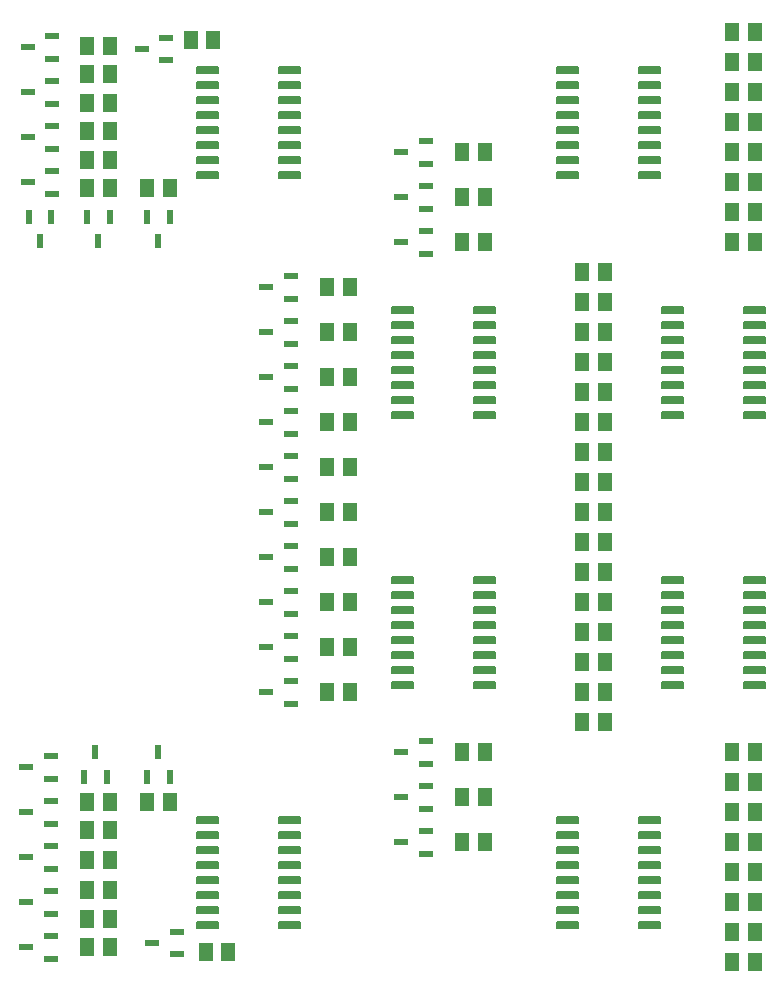
<source format=gbr>
G04 EAGLE Gerber RS-274X export*
G75*
%MOMM*%
%FSLAX34Y34*%
%LPD*%
%INSolderpaste Top*%
%IPPOS*%
%AMOC8*
5,1,8,0,0,1.08239X$1,22.5*%
G01*
%ADD10R,1.250000X0.600000*%
%ADD11R,0.600000X1.250000*%
%ADD12R,1.300000X1.500000*%
%ADD13C,0.152500*%


D10*
X126070Y777850D03*
X126070Y796950D03*
X105070Y787400D03*
X126070Y739750D03*
X126070Y758850D03*
X105070Y749300D03*
X126070Y701650D03*
X126070Y720750D03*
X105070Y711200D03*
X126070Y663550D03*
X126070Y682650D03*
X105070Y673100D03*
D11*
X125120Y644230D03*
X106020Y644230D03*
X115570Y623230D03*
X174650Y644230D03*
X155550Y644230D03*
X165100Y623230D03*
D10*
X222590Y776580D03*
X222590Y795680D03*
X201590Y786130D03*
D11*
X225450Y644230D03*
X206350Y644230D03*
X215900Y623230D03*
D12*
X720700Y698500D03*
X701700Y698500D03*
X174600Y668020D03*
X155600Y668020D03*
X225400Y668020D03*
X206400Y668020D03*
X720700Y800100D03*
X701700Y800100D03*
X720700Y774700D03*
X701700Y774700D03*
X720700Y749300D03*
X701700Y749300D03*
X720700Y723900D03*
X701700Y723900D03*
X262230Y793750D03*
X243230Y793750D03*
X720700Y673100D03*
X701700Y673100D03*
X720700Y647700D03*
X701700Y647700D03*
X720700Y622300D03*
X701700Y622300D03*
X174600Y788670D03*
X155600Y788670D03*
X174600Y764540D03*
X155600Y764540D03*
X174600Y740410D03*
X155600Y740410D03*
X174600Y716280D03*
X155600Y716280D03*
X174600Y692150D03*
X155600Y692150D03*
D13*
X553562Y766062D02*
X570738Y766062D01*
X553562Y766062D02*
X553562Y770638D01*
X570738Y770638D01*
X570738Y766062D01*
X570738Y767511D02*
X553562Y767511D01*
X553562Y768960D02*
X570738Y768960D01*
X570738Y770409D02*
X553562Y770409D01*
X553562Y753362D02*
X570738Y753362D01*
X553562Y753362D02*
X553562Y757938D01*
X570738Y757938D01*
X570738Y753362D01*
X570738Y754811D02*
X553562Y754811D01*
X553562Y756260D02*
X570738Y756260D01*
X570738Y757709D02*
X553562Y757709D01*
X553562Y740662D02*
X570738Y740662D01*
X553562Y740662D02*
X553562Y745238D01*
X570738Y745238D01*
X570738Y740662D01*
X570738Y742111D02*
X553562Y742111D01*
X553562Y743560D02*
X570738Y743560D01*
X570738Y745009D02*
X553562Y745009D01*
X553562Y727962D02*
X570738Y727962D01*
X553562Y727962D02*
X553562Y732538D01*
X570738Y732538D01*
X570738Y727962D01*
X570738Y729411D02*
X553562Y729411D01*
X553562Y730860D02*
X570738Y730860D01*
X570738Y732309D02*
X553562Y732309D01*
X553562Y715262D02*
X570738Y715262D01*
X553562Y715262D02*
X553562Y719838D01*
X570738Y719838D01*
X570738Y715262D01*
X570738Y716711D02*
X553562Y716711D01*
X553562Y718160D02*
X570738Y718160D01*
X570738Y719609D02*
X553562Y719609D01*
X553562Y702562D02*
X570738Y702562D01*
X553562Y702562D02*
X553562Y707138D01*
X570738Y707138D01*
X570738Y702562D01*
X570738Y704011D02*
X553562Y704011D01*
X553562Y705460D02*
X570738Y705460D01*
X570738Y706909D02*
X553562Y706909D01*
X553562Y689862D02*
X570738Y689862D01*
X553562Y689862D02*
X553562Y694438D01*
X570738Y694438D01*
X570738Y689862D01*
X570738Y691311D02*
X553562Y691311D01*
X553562Y692760D02*
X570738Y692760D01*
X570738Y694209D02*
X553562Y694209D01*
X553562Y677162D02*
X570738Y677162D01*
X553562Y677162D02*
X553562Y681738D01*
X570738Y681738D01*
X570738Y677162D01*
X570738Y678611D02*
X553562Y678611D01*
X553562Y680060D02*
X570738Y680060D01*
X570738Y681509D02*
X553562Y681509D01*
X623062Y677162D02*
X640238Y677162D01*
X623062Y677162D02*
X623062Y681738D01*
X640238Y681738D01*
X640238Y677162D01*
X640238Y678611D02*
X623062Y678611D01*
X623062Y680060D02*
X640238Y680060D01*
X640238Y681509D02*
X623062Y681509D01*
X623062Y689862D02*
X640238Y689862D01*
X623062Y689862D02*
X623062Y694438D01*
X640238Y694438D01*
X640238Y689862D01*
X640238Y691311D02*
X623062Y691311D01*
X623062Y692760D02*
X640238Y692760D01*
X640238Y694209D02*
X623062Y694209D01*
X623062Y702562D02*
X640238Y702562D01*
X623062Y702562D02*
X623062Y707138D01*
X640238Y707138D01*
X640238Y702562D01*
X640238Y704011D02*
X623062Y704011D01*
X623062Y705460D02*
X640238Y705460D01*
X640238Y706909D02*
X623062Y706909D01*
X623062Y715262D02*
X640238Y715262D01*
X623062Y715262D02*
X623062Y719838D01*
X640238Y719838D01*
X640238Y715262D01*
X640238Y716711D02*
X623062Y716711D01*
X623062Y718160D02*
X640238Y718160D01*
X640238Y719609D02*
X623062Y719609D01*
X623062Y727962D02*
X640238Y727962D01*
X623062Y727962D02*
X623062Y732538D01*
X640238Y732538D01*
X640238Y727962D01*
X640238Y729411D02*
X623062Y729411D01*
X623062Y730860D02*
X640238Y730860D01*
X640238Y732309D02*
X623062Y732309D01*
X623062Y740662D02*
X640238Y740662D01*
X623062Y740662D02*
X623062Y745238D01*
X640238Y745238D01*
X640238Y740662D01*
X640238Y742111D02*
X623062Y742111D01*
X623062Y743560D02*
X640238Y743560D01*
X640238Y745009D02*
X623062Y745009D01*
X623062Y753362D02*
X640238Y753362D01*
X623062Y753362D02*
X623062Y757938D01*
X640238Y757938D01*
X640238Y753362D01*
X640238Y754811D02*
X623062Y754811D01*
X623062Y756260D02*
X640238Y756260D01*
X640238Y757709D02*
X623062Y757709D01*
X623062Y766062D02*
X640238Y766062D01*
X623062Y766062D02*
X623062Y770638D01*
X640238Y770638D01*
X640238Y766062D01*
X640238Y767511D02*
X623062Y767511D01*
X623062Y768960D02*
X640238Y768960D01*
X640238Y770409D02*
X623062Y770409D01*
D12*
X574700Y495300D03*
X593700Y495300D03*
X574700Y469900D03*
X593700Y469900D03*
X574700Y444500D03*
X593700Y444500D03*
X574700Y419100D03*
X593700Y419100D03*
X574700Y596900D03*
X593700Y596900D03*
X574700Y571500D03*
X593700Y571500D03*
X574700Y546100D03*
X593700Y546100D03*
X574700Y520700D03*
X593700Y520700D03*
D13*
X642462Y562862D02*
X659638Y562862D01*
X642462Y562862D02*
X642462Y567438D01*
X659638Y567438D01*
X659638Y562862D01*
X659638Y564311D02*
X642462Y564311D01*
X642462Y565760D02*
X659638Y565760D01*
X659638Y567209D02*
X642462Y567209D01*
X642462Y550162D02*
X659638Y550162D01*
X642462Y550162D02*
X642462Y554738D01*
X659638Y554738D01*
X659638Y550162D01*
X659638Y551611D02*
X642462Y551611D01*
X642462Y553060D02*
X659638Y553060D01*
X659638Y554509D02*
X642462Y554509D01*
X642462Y537462D02*
X659638Y537462D01*
X642462Y537462D02*
X642462Y542038D01*
X659638Y542038D01*
X659638Y537462D01*
X659638Y538911D02*
X642462Y538911D01*
X642462Y540360D02*
X659638Y540360D01*
X659638Y541809D02*
X642462Y541809D01*
X642462Y524762D02*
X659638Y524762D01*
X642462Y524762D02*
X642462Y529338D01*
X659638Y529338D01*
X659638Y524762D01*
X659638Y526211D02*
X642462Y526211D01*
X642462Y527660D02*
X659638Y527660D01*
X659638Y529109D02*
X642462Y529109D01*
X642462Y512062D02*
X659638Y512062D01*
X642462Y512062D02*
X642462Y516638D01*
X659638Y516638D01*
X659638Y512062D01*
X659638Y513511D02*
X642462Y513511D01*
X642462Y514960D02*
X659638Y514960D01*
X659638Y516409D02*
X642462Y516409D01*
X642462Y499362D02*
X659638Y499362D01*
X642462Y499362D02*
X642462Y503938D01*
X659638Y503938D01*
X659638Y499362D01*
X659638Y500811D02*
X642462Y500811D01*
X642462Y502260D02*
X659638Y502260D01*
X659638Y503709D02*
X642462Y503709D01*
X642462Y486662D02*
X659638Y486662D01*
X642462Y486662D02*
X642462Y491238D01*
X659638Y491238D01*
X659638Y486662D01*
X659638Y488111D02*
X642462Y488111D01*
X642462Y489560D02*
X659638Y489560D01*
X659638Y491009D02*
X642462Y491009D01*
X642462Y473962D02*
X659638Y473962D01*
X642462Y473962D02*
X642462Y478538D01*
X659638Y478538D01*
X659638Y473962D01*
X659638Y475411D02*
X642462Y475411D01*
X642462Y476860D02*
X659638Y476860D01*
X659638Y478309D02*
X642462Y478309D01*
X711962Y473962D02*
X729138Y473962D01*
X711962Y473962D02*
X711962Y478538D01*
X729138Y478538D01*
X729138Y473962D01*
X729138Y475411D02*
X711962Y475411D01*
X711962Y476860D02*
X729138Y476860D01*
X729138Y478309D02*
X711962Y478309D01*
X711962Y486662D02*
X729138Y486662D01*
X711962Y486662D02*
X711962Y491238D01*
X729138Y491238D01*
X729138Y486662D01*
X729138Y488111D02*
X711962Y488111D01*
X711962Y489560D02*
X729138Y489560D01*
X729138Y491009D02*
X711962Y491009D01*
X711962Y499362D02*
X729138Y499362D01*
X711962Y499362D02*
X711962Y503938D01*
X729138Y503938D01*
X729138Y499362D01*
X729138Y500811D02*
X711962Y500811D01*
X711962Y502260D02*
X729138Y502260D01*
X729138Y503709D02*
X711962Y503709D01*
X711962Y512062D02*
X729138Y512062D01*
X711962Y512062D02*
X711962Y516638D01*
X729138Y516638D01*
X729138Y512062D01*
X729138Y513511D02*
X711962Y513511D01*
X711962Y514960D02*
X729138Y514960D01*
X729138Y516409D02*
X711962Y516409D01*
X711962Y524762D02*
X729138Y524762D01*
X711962Y524762D02*
X711962Y529338D01*
X729138Y529338D01*
X729138Y524762D01*
X729138Y526211D02*
X711962Y526211D01*
X711962Y527660D02*
X729138Y527660D01*
X729138Y529109D02*
X711962Y529109D01*
X711962Y537462D02*
X729138Y537462D01*
X711962Y537462D02*
X711962Y542038D01*
X729138Y542038D01*
X729138Y537462D01*
X729138Y538911D02*
X711962Y538911D01*
X711962Y540360D02*
X729138Y540360D01*
X729138Y541809D02*
X711962Y541809D01*
X711962Y550162D02*
X729138Y550162D01*
X711962Y550162D02*
X711962Y554738D01*
X729138Y554738D01*
X729138Y550162D01*
X729138Y551611D02*
X711962Y551611D01*
X711962Y553060D02*
X729138Y553060D01*
X729138Y554509D02*
X711962Y554509D01*
X711962Y562862D02*
X729138Y562862D01*
X711962Y562862D02*
X711962Y567438D01*
X729138Y567438D01*
X729138Y562862D01*
X729138Y564311D02*
X711962Y564311D01*
X711962Y565760D02*
X729138Y565760D01*
X729138Y567209D02*
X711962Y567209D01*
D12*
X574700Y292100D03*
X593700Y292100D03*
X574700Y266700D03*
X593700Y266700D03*
X574700Y241300D03*
X593700Y241300D03*
X574700Y215900D03*
X593700Y215900D03*
X574700Y393700D03*
X593700Y393700D03*
X574700Y368300D03*
X593700Y368300D03*
X574700Y342900D03*
X593700Y342900D03*
X574700Y317500D03*
X593700Y317500D03*
D13*
X642462Y334262D02*
X659638Y334262D01*
X642462Y334262D02*
X642462Y338838D01*
X659638Y338838D01*
X659638Y334262D01*
X659638Y335711D02*
X642462Y335711D01*
X642462Y337160D02*
X659638Y337160D01*
X659638Y338609D02*
X642462Y338609D01*
X642462Y321562D02*
X659638Y321562D01*
X642462Y321562D02*
X642462Y326138D01*
X659638Y326138D01*
X659638Y321562D01*
X659638Y323011D02*
X642462Y323011D01*
X642462Y324460D02*
X659638Y324460D01*
X659638Y325909D02*
X642462Y325909D01*
X642462Y308862D02*
X659638Y308862D01*
X642462Y308862D02*
X642462Y313438D01*
X659638Y313438D01*
X659638Y308862D01*
X659638Y310311D02*
X642462Y310311D01*
X642462Y311760D02*
X659638Y311760D01*
X659638Y313209D02*
X642462Y313209D01*
X642462Y296162D02*
X659638Y296162D01*
X642462Y296162D02*
X642462Y300738D01*
X659638Y300738D01*
X659638Y296162D01*
X659638Y297611D02*
X642462Y297611D01*
X642462Y299060D02*
X659638Y299060D01*
X659638Y300509D02*
X642462Y300509D01*
X642462Y283462D02*
X659638Y283462D01*
X642462Y283462D02*
X642462Y288038D01*
X659638Y288038D01*
X659638Y283462D01*
X659638Y284911D02*
X642462Y284911D01*
X642462Y286360D02*
X659638Y286360D01*
X659638Y287809D02*
X642462Y287809D01*
X642462Y270762D02*
X659638Y270762D01*
X642462Y270762D02*
X642462Y275338D01*
X659638Y275338D01*
X659638Y270762D01*
X659638Y272211D02*
X642462Y272211D01*
X642462Y273660D02*
X659638Y273660D01*
X659638Y275109D02*
X642462Y275109D01*
X642462Y258062D02*
X659638Y258062D01*
X642462Y258062D02*
X642462Y262638D01*
X659638Y262638D01*
X659638Y258062D01*
X659638Y259511D02*
X642462Y259511D01*
X642462Y260960D02*
X659638Y260960D01*
X659638Y262409D02*
X642462Y262409D01*
X642462Y245362D02*
X659638Y245362D01*
X642462Y245362D02*
X642462Y249938D01*
X659638Y249938D01*
X659638Y245362D01*
X659638Y246811D02*
X642462Y246811D01*
X642462Y248260D02*
X659638Y248260D01*
X659638Y249709D02*
X642462Y249709D01*
X711962Y245362D02*
X729138Y245362D01*
X711962Y245362D02*
X711962Y249938D01*
X729138Y249938D01*
X729138Y245362D01*
X729138Y246811D02*
X711962Y246811D01*
X711962Y248260D02*
X729138Y248260D01*
X729138Y249709D02*
X711962Y249709D01*
X711962Y258062D02*
X729138Y258062D01*
X711962Y258062D02*
X711962Y262638D01*
X729138Y262638D01*
X729138Y258062D01*
X729138Y259511D02*
X711962Y259511D01*
X711962Y260960D02*
X729138Y260960D01*
X729138Y262409D02*
X711962Y262409D01*
X711962Y270762D02*
X729138Y270762D01*
X711962Y270762D02*
X711962Y275338D01*
X729138Y275338D01*
X729138Y270762D01*
X729138Y272211D02*
X711962Y272211D01*
X711962Y273660D02*
X729138Y273660D01*
X729138Y275109D02*
X711962Y275109D01*
X711962Y283462D02*
X729138Y283462D01*
X711962Y283462D02*
X711962Y288038D01*
X729138Y288038D01*
X729138Y283462D01*
X729138Y284911D02*
X711962Y284911D01*
X711962Y286360D02*
X729138Y286360D01*
X729138Y287809D02*
X711962Y287809D01*
X711962Y296162D02*
X729138Y296162D01*
X711962Y296162D02*
X711962Y300738D01*
X729138Y300738D01*
X729138Y296162D01*
X729138Y297611D02*
X711962Y297611D01*
X711962Y299060D02*
X729138Y299060D01*
X729138Y300509D02*
X711962Y300509D01*
X711962Y308862D02*
X729138Y308862D01*
X711962Y308862D02*
X711962Y313438D01*
X729138Y313438D01*
X729138Y308862D01*
X729138Y310311D02*
X711962Y310311D01*
X711962Y311760D02*
X729138Y311760D01*
X729138Y313209D02*
X711962Y313209D01*
X711962Y321562D02*
X729138Y321562D01*
X711962Y321562D02*
X711962Y326138D01*
X729138Y326138D01*
X729138Y321562D01*
X729138Y323011D02*
X711962Y323011D01*
X711962Y324460D02*
X729138Y324460D01*
X729138Y325909D02*
X711962Y325909D01*
X711962Y334262D02*
X729138Y334262D01*
X711962Y334262D02*
X711962Y338838D01*
X729138Y338838D01*
X729138Y334262D01*
X729138Y335711D02*
X711962Y335711D01*
X711962Y337160D02*
X729138Y337160D01*
X729138Y338609D02*
X711962Y338609D01*
D12*
X720700Y88900D03*
X701700Y88900D03*
X720700Y63500D03*
X701700Y63500D03*
X720700Y38100D03*
X701700Y38100D03*
X720700Y12700D03*
X701700Y12700D03*
X720700Y190500D03*
X701700Y190500D03*
X720700Y165100D03*
X701700Y165100D03*
X720700Y139700D03*
X701700Y139700D03*
X720700Y114300D03*
X701700Y114300D03*
D13*
X570738Y131062D02*
X553562Y131062D01*
X553562Y135638D01*
X570738Y135638D01*
X570738Y131062D01*
X570738Y132511D02*
X553562Y132511D01*
X553562Y133960D02*
X570738Y133960D01*
X570738Y135409D02*
X553562Y135409D01*
X553562Y118362D02*
X570738Y118362D01*
X553562Y118362D02*
X553562Y122938D01*
X570738Y122938D01*
X570738Y118362D01*
X570738Y119811D02*
X553562Y119811D01*
X553562Y121260D02*
X570738Y121260D01*
X570738Y122709D02*
X553562Y122709D01*
X553562Y105662D02*
X570738Y105662D01*
X553562Y105662D02*
X553562Y110238D01*
X570738Y110238D01*
X570738Y105662D01*
X570738Y107111D02*
X553562Y107111D01*
X553562Y108560D02*
X570738Y108560D01*
X570738Y110009D02*
X553562Y110009D01*
X553562Y92962D02*
X570738Y92962D01*
X553562Y92962D02*
X553562Y97538D01*
X570738Y97538D01*
X570738Y92962D01*
X570738Y94411D02*
X553562Y94411D01*
X553562Y95860D02*
X570738Y95860D01*
X570738Y97309D02*
X553562Y97309D01*
X553562Y80262D02*
X570738Y80262D01*
X553562Y80262D02*
X553562Y84838D01*
X570738Y84838D01*
X570738Y80262D01*
X570738Y81711D02*
X553562Y81711D01*
X553562Y83160D02*
X570738Y83160D01*
X570738Y84609D02*
X553562Y84609D01*
X553562Y67562D02*
X570738Y67562D01*
X553562Y67562D02*
X553562Y72138D01*
X570738Y72138D01*
X570738Y67562D01*
X570738Y69011D02*
X553562Y69011D01*
X553562Y70460D02*
X570738Y70460D01*
X570738Y71909D02*
X553562Y71909D01*
X553562Y54862D02*
X570738Y54862D01*
X553562Y54862D02*
X553562Y59438D01*
X570738Y59438D01*
X570738Y54862D01*
X570738Y56311D02*
X553562Y56311D01*
X553562Y57760D02*
X570738Y57760D01*
X570738Y59209D02*
X553562Y59209D01*
X553562Y42162D02*
X570738Y42162D01*
X553562Y42162D02*
X553562Y46738D01*
X570738Y46738D01*
X570738Y42162D01*
X570738Y43611D02*
X553562Y43611D01*
X553562Y45060D02*
X570738Y45060D01*
X570738Y46509D02*
X553562Y46509D01*
X623062Y42162D02*
X640238Y42162D01*
X623062Y42162D02*
X623062Y46738D01*
X640238Y46738D01*
X640238Y42162D01*
X640238Y43611D02*
X623062Y43611D01*
X623062Y45060D02*
X640238Y45060D01*
X640238Y46509D02*
X623062Y46509D01*
X623062Y54862D02*
X640238Y54862D01*
X623062Y54862D02*
X623062Y59438D01*
X640238Y59438D01*
X640238Y54862D01*
X640238Y56311D02*
X623062Y56311D01*
X623062Y57760D02*
X640238Y57760D01*
X640238Y59209D02*
X623062Y59209D01*
X623062Y67562D02*
X640238Y67562D01*
X623062Y67562D02*
X623062Y72138D01*
X640238Y72138D01*
X640238Y67562D01*
X640238Y69011D02*
X623062Y69011D01*
X623062Y70460D02*
X640238Y70460D01*
X640238Y71909D02*
X623062Y71909D01*
X623062Y80262D02*
X640238Y80262D01*
X623062Y80262D02*
X623062Y84838D01*
X640238Y84838D01*
X640238Y80262D01*
X640238Y81711D02*
X623062Y81711D01*
X623062Y83160D02*
X640238Y83160D01*
X640238Y84609D02*
X623062Y84609D01*
X623062Y92962D02*
X640238Y92962D01*
X623062Y92962D02*
X623062Y97538D01*
X640238Y97538D01*
X640238Y92962D01*
X640238Y94411D02*
X623062Y94411D01*
X623062Y95860D02*
X640238Y95860D01*
X640238Y97309D02*
X623062Y97309D01*
X623062Y105662D02*
X640238Y105662D01*
X623062Y105662D02*
X623062Y110238D01*
X640238Y110238D01*
X640238Y105662D01*
X640238Y107111D02*
X623062Y107111D01*
X623062Y108560D02*
X640238Y108560D01*
X640238Y110009D02*
X623062Y110009D01*
X623062Y118362D02*
X640238Y118362D01*
X623062Y118362D02*
X623062Y122938D01*
X640238Y122938D01*
X640238Y118362D01*
X640238Y119811D02*
X623062Y119811D01*
X623062Y121260D02*
X640238Y121260D01*
X640238Y122709D02*
X623062Y122709D01*
X623062Y131062D02*
X640238Y131062D01*
X623062Y131062D02*
X623062Y135638D01*
X640238Y135638D01*
X640238Y131062D01*
X640238Y132511D02*
X623062Y132511D01*
X623062Y133960D02*
X640238Y133960D01*
X640238Y135409D02*
X623062Y135409D01*
D10*
X442300Y688950D03*
X442300Y708050D03*
X421300Y698500D03*
D12*
X492100Y698500D03*
X473100Y698500D03*
D10*
X442300Y650850D03*
X442300Y669950D03*
X421300Y660400D03*
X442300Y612750D03*
X442300Y631850D03*
X421300Y622300D03*
X328000Y574650D03*
X328000Y593750D03*
X307000Y584200D03*
X328000Y536550D03*
X328000Y555650D03*
X307000Y546100D03*
X328000Y498450D03*
X328000Y517550D03*
X307000Y508000D03*
X328000Y460350D03*
X328000Y479450D03*
X307000Y469900D03*
X328000Y422250D03*
X328000Y441350D03*
X307000Y431800D03*
D12*
X492100Y660400D03*
X473100Y660400D03*
X492100Y622300D03*
X473100Y622300D03*
X377800Y584200D03*
X358800Y584200D03*
X377800Y546100D03*
X358800Y546100D03*
X377800Y508000D03*
X358800Y508000D03*
X377800Y469900D03*
X358800Y469900D03*
X377800Y431800D03*
X358800Y431800D03*
D10*
X328000Y384150D03*
X328000Y403250D03*
X307000Y393700D03*
D12*
X377800Y393700D03*
X358800Y393700D03*
D10*
X328000Y346050D03*
X328000Y365150D03*
X307000Y355600D03*
X328000Y307950D03*
X328000Y327050D03*
X307000Y317500D03*
X328000Y269850D03*
X328000Y288950D03*
X307000Y279400D03*
X328000Y231750D03*
X328000Y250850D03*
X307000Y241300D03*
X442300Y180950D03*
X442300Y200050D03*
X421300Y190500D03*
X442300Y142850D03*
X442300Y161950D03*
X421300Y152400D03*
X442300Y104750D03*
X442300Y123850D03*
X421300Y114300D03*
D12*
X377800Y355600D03*
X358800Y355600D03*
X377800Y317500D03*
X358800Y317500D03*
X377800Y279400D03*
X358800Y279400D03*
X377800Y241300D03*
X358800Y241300D03*
X492100Y190500D03*
X473100Y190500D03*
X492100Y152400D03*
X473100Y152400D03*
X492100Y114300D03*
X473100Y114300D03*
D11*
X206350Y169840D03*
X225450Y169840D03*
X215900Y190840D03*
D12*
X225400Y148590D03*
X206400Y148590D03*
D11*
X153010Y169840D03*
X172110Y169840D03*
X162560Y190840D03*
D10*
X124800Y168250D03*
X124800Y187350D03*
X103800Y177800D03*
X124800Y130150D03*
X124800Y149250D03*
X103800Y139700D03*
X124800Y92050D03*
X124800Y111150D03*
X103800Y101600D03*
X124800Y53950D03*
X124800Y73050D03*
X103800Y63500D03*
X124800Y15850D03*
X124800Y34950D03*
X103800Y25400D03*
X231480Y19660D03*
X231480Y38760D03*
X210480Y29210D03*
D12*
X174600Y148590D03*
X155600Y148590D03*
X174600Y124460D03*
X155600Y124460D03*
X174600Y99060D03*
X155600Y99060D03*
X174600Y73660D03*
X155600Y73660D03*
X174600Y49530D03*
X155600Y49530D03*
X174600Y25400D03*
X155600Y25400D03*
X274930Y21590D03*
X255930Y21590D03*
D13*
X248762Y766062D02*
X265938Y766062D01*
X248762Y766062D02*
X248762Y770638D01*
X265938Y770638D01*
X265938Y766062D01*
X265938Y767511D02*
X248762Y767511D01*
X248762Y768960D02*
X265938Y768960D01*
X265938Y770409D02*
X248762Y770409D01*
X248762Y753362D02*
X265938Y753362D01*
X248762Y753362D02*
X248762Y757938D01*
X265938Y757938D01*
X265938Y753362D01*
X265938Y754811D02*
X248762Y754811D01*
X248762Y756260D02*
X265938Y756260D01*
X265938Y757709D02*
X248762Y757709D01*
X248762Y740662D02*
X265938Y740662D01*
X248762Y740662D02*
X248762Y745238D01*
X265938Y745238D01*
X265938Y740662D01*
X265938Y742111D02*
X248762Y742111D01*
X248762Y743560D02*
X265938Y743560D01*
X265938Y745009D02*
X248762Y745009D01*
X248762Y727962D02*
X265938Y727962D01*
X248762Y727962D02*
X248762Y732538D01*
X265938Y732538D01*
X265938Y727962D01*
X265938Y729411D02*
X248762Y729411D01*
X248762Y730860D02*
X265938Y730860D01*
X265938Y732309D02*
X248762Y732309D01*
X248762Y715262D02*
X265938Y715262D01*
X248762Y715262D02*
X248762Y719838D01*
X265938Y719838D01*
X265938Y715262D01*
X265938Y716711D02*
X248762Y716711D01*
X248762Y718160D02*
X265938Y718160D01*
X265938Y719609D02*
X248762Y719609D01*
X248762Y702562D02*
X265938Y702562D01*
X248762Y702562D02*
X248762Y707138D01*
X265938Y707138D01*
X265938Y702562D01*
X265938Y704011D02*
X248762Y704011D01*
X248762Y705460D02*
X265938Y705460D01*
X265938Y706909D02*
X248762Y706909D01*
X248762Y689862D02*
X265938Y689862D01*
X248762Y689862D02*
X248762Y694438D01*
X265938Y694438D01*
X265938Y689862D01*
X265938Y691311D02*
X248762Y691311D01*
X248762Y692760D02*
X265938Y692760D01*
X265938Y694209D02*
X248762Y694209D01*
X248762Y677162D02*
X265938Y677162D01*
X248762Y677162D02*
X248762Y681738D01*
X265938Y681738D01*
X265938Y677162D01*
X265938Y678611D02*
X248762Y678611D01*
X248762Y680060D02*
X265938Y680060D01*
X265938Y681509D02*
X248762Y681509D01*
X318262Y677162D02*
X335438Y677162D01*
X318262Y677162D02*
X318262Y681738D01*
X335438Y681738D01*
X335438Y677162D01*
X335438Y678611D02*
X318262Y678611D01*
X318262Y680060D02*
X335438Y680060D01*
X335438Y681509D02*
X318262Y681509D01*
X318262Y689862D02*
X335438Y689862D01*
X318262Y689862D02*
X318262Y694438D01*
X335438Y694438D01*
X335438Y689862D01*
X335438Y691311D02*
X318262Y691311D01*
X318262Y692760D02*
X335438Y692760D01*
X335438Y694209D02*
X318262Y694209D01*
X318262Y702562D02*
X335438Y702562D01*
X318262Y702562D02*
X318262Y707138D01*
X335438Y707138D01*
X335438Y702562D01*
X335438Y704011D02*
X318262Y704011D01*
X318262Y705460D02*
X335438Y705460D01*
X335438Y706909D02*
X318262Y706909D01*
X318262Y715262D02*
X335438Y715262D01*
X318262Y715262D02*
X318262Y719838D01*
X335438Y719838D01*
X335438Y715262D01*
X335438Y716711D02*
X318262Y716711D01*
X318262Y718160D02*
X335438Y718160D01*
X335438Y719609D02*
X318262Y719609D01*
X318262Y727962D02*
X335438Y727962D01*
X318262Y727962D02*
X318262Y732538D01*
X335438Y732538D01*
X335438Y727962D01*
X335438Y729411D02*
X318262Y729411D01*
X318262Y730860D02*
X335438Y730860D01*
X335438Y732309D02*
X318262Y732309D01*
X318262Y740662D02*
X335438Y740662D01*
X318262Y740662D02*
X318262Y745238D01*
X335438Y745238D01*
X335438Y740662D01*
X335438Y742111D02*
X318262Y742111D01*
X318262Y743560D02*
X335438Y743560D01*
X335438Y745009D02*
X318262Y745009D01*
X318262Y753362D02*
X335438Y753362D01*
X318262Y753362D02*
X318262Y757938D01*
X335438Y757938D01*
X335438Y753362D01*
X335438Y754811D02*
X318262Y754811D01*
X318262Y756260D02*
X335438Y756260D01*
X335438Y757709D02*
X318262Y757709D01*
X318262Y766062D02*
X335438Y766062D01*
X318262Y766062D02*
X318262Y770638D01*
X335438Y770638D01*
X335438Y766062D01*
X335438Y767511D02*
X318262Y767511D01*
X318262Y768960D02*
X335438Y768960D01*
X335438Y770409D02*
X318262Y770409D01*
X413862Y562862D02*
X431038Y562862D01*
X413862Y562862D02*
X413862Y567438D01*
X431038Y567438D01*
X431038Y562862D01*
X431038Y564311D02*
X413862Y564311D01*
X413862Y565760D02*
X431038Y565760D01*
X431038Y567209D02*
X413862Y567209D01*
X413862Y550162D02*
X431038Y550162D01*
X413862Y550162D02*
X413862Y554738D01*
X431038Y554738D01*
X431038Y550162D01*
X431038Y551611D02*
X413862Y551611D01*
X413862Y553060D02*
X431038Y553060D01*
X431038Y554509D02*
X413862Y554509D01*
X413862Y537462D02*
X431038Y537462D01*
X413862Y537462D02*
X413862Y542038D01*
X431038Y542038D01*
X431038Y537462D01*
X431038Y538911D02*
X413862Y538911D01*
X413862Y540360D02*
X431038Y540360D01*
X431038Y541809D02*
X413862Y541809D01*
X413862Y524762D02*
X431038Y524762D01*
X413862Y524762D02*
X413862Y529338D01*
X431038Y529338D01*
X431038Y524762D01*
X431038Y526211D02*
X413862Y526211D01*
X413862Y527660D02*
X431038Y527660D01*
X431038Y529109D02*
X413862Y529109D01*
X413862Y512062D02*
X431038Y512062D01*
X413862Y512062D02*
X413862Y516638D01*
X431038Y516638D01*
X431038Y512062D01*
X431038Y513511D02*
X413862Y513511D01*
X413862Y514960D02*
X431038Y514960D01*
X431038Y516409D02*
X413862Y516409D01*
X413862Y499362D02*
X431038Y499362D01*
X413862Y499362D02*
X413862Y503938D01*
X431038Y503938D01*
X431038Y499362D01*
X431038Y500811D02*
X413862Y500811D01*
X413862Y502260D02*
X431038Y502260D01*
X431038Y503709D02*
X413862Y503709D01*
X413862Y486662D02*
X431038Y486662D01*
X413862Y486662D02*
X413862Y491238D01*
X431038Y491238D01*
X431038Y486662D01*
X431038Y488111D02*
X413862Y488111D01*
X413862Y489560D02*
X431038Y489560D01*
X431038Y491009D02*
X413862Y491009D01*
X413862Y473962D02*
X431038Y473962D01*
X413862Y473962D02*
X413862Y478538D01*
X431038Y478538D01*
X431038Y473962D01*
X431038Y475411D02*
X413862Y475411D01*
X413862Y476860D02*
X431038Y476860D01*
X431038Y478309D02*
X413862Y478309D01*
X483362Y473962D02*
X500538Y473962D01*
X483362Y473962D02*
X483362Y478538D01*
X500538Y478538D01*
X500538Y473962D01*
X500538Y475411D02*
X483362Y475411D01*
X483362Y476860D02*
X500538Y476860D01*
X500538Y478309D02*
X483362Y478309D01*
X483362Y486662D02*
X500538Y486662D01*
X483362Y486662D02*
X483362Y491238D01*
X500538Y491238D01*
X500538Y486662D01*
X500538Y488111D02*
X483362Y488111D01*
X483362Y489560D02*
X500538Y489560D01*
X500538Y491009D02*
X483362Y491009D01*
X483362Y499362D02*
X500538Y499362D01*
X483362Y499362D02*
X483362Y503938D01*
X500538Y503938D01*
X500538Y499362D01*
X500538Y500811D02*
X483362Y500811D01*
X483362Y502260D02*
X500538Y502260D01*
X500538Y503709D02*
X483362Y503709D01*
X483362Y512062D02*
X500538Y512062D01*
X483362Y512062D02*
X483362Y516638D01*
X500538Y516638D01*
X500538Y512062D01*
X500538Y513511D02*
X483362Y513511D01*
X483362Y514960D02*
X500538Y514960D01*
X500538Y516409D02*
X483362Y516409D01*
X483362Y524762D02*
X500538Y524762D01*
X483362Y524762D02*
X483362Y529338D01*
X500538Y529338D01*
X500538Y524762D01*
X500538Y526211D02*
X483362Y526211D01*
X483362Y527660D02*
X500538Y527660D01*
X500538Y529109D02*
X483362Y529109D01*
X483362Y537462D02*
X500538Y537462D01*
X483362Y537462D02*
X483362Y542038D01*
X500538Y542038D01*
X500538Y537462D01*
X500538Y538911D02*
X483362Y538911D01*
X483362Y540360D02*
X500538Y540360D01*
X500538Y541809D02*
X483362Y541809D01*
X483362Y550162D02*
X500538Y550162D01*
X483362Y550162D02*
X483362Y554738D01*
X500538Y554738D01*
X500538Y550162D01*
X500538Y551611D02*
X483362Y551611D01*
X483362Y553060D02*
X500538Y553060D01*
X500538Y554509D02*
X483362Y554509D01*
X483362Y562862D02*
X500538Y562862D01*
X483362Y562862D02*
X483362Y567438D01*
X500538Y567438D01*
X500538Y562862D01*
X500538Y564311D02*
X483362Y564311D01*
X483362Y565760D02*
X500538Y565760D01*
X500538Y567209D02*
X483362Y567209D01*
X431038Y334262D02*
X413862Y334262D01*
X413862Y338838D01*
X431038Y338838D01*
X431038Y334262D01*
X431038Y335711D02*
X413862Y335711D01*
X413862Y337160D02*
X431038Y337160D01*
X431038Y338609D02*
X413862Y338609D01*
X413862Y321562D02*
X431038Y321562D01*
X413862Y321562D02*
X413862Y326138D01*
X431038Y326138D01*
X431038Y321562D01*
X431038Y323011D02*
X413862Y323011D01*
X413862Y324460D02*
X431038Y324460D01*
X431038Y325909D02*
X413862Y325909D01*
X413862Y308862D02*
X431038Y308862D01*
X413862Y308862D02*
X413862Y313438D01*
X431038Y313438D01*
X431038Y308862D01*
X431038Y310311D02*
X413862Y310311D01*
X413862Y311760D02*
X431038Y311760D01*
X431038Y313209D02*
X413862Y313209D01*
X413862Y296162D02*
X431038Y296162D01*
X413862Y296162D02*
X413862Y300738D01*
X431038Y300738D01*
X431038Y296162D01*
X431038Y297611D02*
X413862Y297611D01*
X413862Y299060D02*
X431038Y299060D01*
X431038Y300509D02*
X413862Y300509D01*
X413862Y283462D02*
X431038Y283462D01*
X413862Y283462D02*
X413862Y288038D01*
X431038Y288038D01*
X431038Y283462D01*
X431038Y284911D02*
X413862Y284911D01*
X413862Y286360D02*
X431038Y286360D01*
X431038Y287809D02*
X413862Y287809D01*
X413862Y270762D02*
X431038Y270762D01*
X413862Y270762D02*
X413862Y275338D01*
X431038Y275338D01*
X431038Y270762D01*
X431038Y272211D02*
X413862Y272211D01*
X413862Y273660D02*
X431038Y273660D01*
X431038Y275109D02*
X413862Y275109D01*
X413862Y258062D02*
X431038Y258062D01*
X413862Y258062D02*
X413862Y262638D01*
X431038Y262638D01*
X431038Y258062D01*
X431038Y259511D02*
X413862Y259511D01*
X413862Y260960D02*
X431038Y260960D01*
X431038Y262409D02*
X413862Y262409D01*
X413862Y245362D02*
X431038Y245362D01*
X413862Y245362D02*
X413862Y249938D01*
X431038Y249938D01*
X431038Y245362D01*
X431038Y246811D02*
X413862Y246811D01*
X413862Y248260D02*
X431038Y248260D01*
X431038Y249709D02*
X413862Y249709D01*
X483362Y245362D02*
X500538Y245362D01*
X483362Y245362D02*
X483362Y249938D01*
X500538Y249938D01*
X500538Y245362D01*
X500538Y246811D02*
X483362Y246811D01*
X483362Y248260D02*
X500538Y248260D01*
X500538Y249709D02*
X483362Y249709D01*
X483362Y258062D02*
X500538Y258062D01*
X483362Y258062D02*
X483362Y262638D01*
X500538Y262638D01*
X500538Y258062D01*
X500538Y259511D02*
X483362Y259511D01*
X483362Y260960D02*
X500538Y260960D01*
X500538Y262409D02*
X483362Y262409D01*
X483362Y270762D02*
X500538Y270762D01*
X483362Y270762D02*
X483362Y275338D01*
X500538Y275338D01*
X500538Y270762D01*
X500538Y272211D02*
X483362Y272211D01*
X483362Y273660D02*
X500538Y273660D01*
X500538Y275109D02*
X483362Y275109D01*
X483362Y283462D02*
X500538Y283462D01*
X483362Y283462D02*
X483362Y288038D01*
X500538Y288038D01*
X500538Y283462D01*
X500538Y284911D02*
X483362Y284911D01*
X483362Y286360D02*
X500538Y286360D01*
X500538Y287809D02*
X483362Y287809D01*
X483362Y296162D02*
X500538Y296162D01*
X483362Y296162D02*
X483362Y300738D01*
X500538Y300738D01*
X500538Y296162D01*
X500538Y297611D02*
X483362Y297611D01*
X483362Y299060D02*
X500538Y299060D01*
X500538Y300509D02*
X483362Y300509D01*
X483362Y308862D02*
X500538Y308862D01*
X483362Y308862D02*
X483362Y313438D01*
X500538Y313438D01*
X500538Y308862D01*
X500538Y310311D02*
X483362Y310311D01*
X483362Y311760D02*
X500538Y311760D01*
X500538Y313209D02*
X483362Y313209D01*
X483362Y321562D02*
X500538Y321562D01*
X483362Y321562D02*
X483362Y326138D01*
X500538Y326138D01*
X500538Y321562D01*
X500538Y323011D02*
X483362Y323011D01*
X483362Y324460D02*
X500538Y324460D01*
X500538Y325909D02*
X483362Y325909D01*
X483362Y334262D02*
X500538Y334262D01*
X483362Y334262D02*
X483362Y338838D01*
X500538Y338838D01*
X500538Y334262D01*
X500538Y335711D02*
X483362Y335711D01*
X483362Y337160D02*
X500538Y337160D01*
X500538Y338609D02*
X483362Y338609D01*
X265938Y131062D02*
X248762Y131062D01*
X248762Y135638D01*
X265938Y135638D01*
X265938Y131062D01*
X265938Y132511D02*
X248762Y132511D01*
X248762Y133960D02*
X265938Y133960D01*
X265938Y135409D02*
X248762Y135409D01*
X248762Y118362D02*
X265938Y118362D01*
X248762Y118362D02*
X248762Y122938D01*
X265938Y122938D01*
X265938Y118362D01*
X265938Y119811D02*
X248762Y119811D01*
X248762Y121260D02*
X265938Y121260D01*
X265938Y122709D02*
X248762Y122709D01*
X248762Y105662D02*
X265938Y105662D01*
X248762Y105662D02*
X248762Y110238D01*
X265938Y110238D01*
X265938Y105662D01*
X265938Y107111D02*
X248762Y107111D01*
X248762Y108560D02*
X265938Y108560D01*
X265938Y110009D02*
X248762Y110009D01*
X248762Y92962D02*
X265938Y92962D01*
X248762Y92962D02*
X248762Y97538D01*
X265938Y97538D01*
X265938Y92962D01*
X265938Y94411D02*
X248762Y94411D01*
X248762Y95860D02*
X265938Y95860D01*
X265938Y97309D02*
X248762Y97309D01*
X248762Y80262D02*
X265938Y80262D01*
X248762Y80262D02*
X248762Y84838D01*
X265938Y84838D01*
X265938Y80262D01*
X265938Y81711D02*
X248762Y81711D01*
X248762Y83160D02*
X265938Y83160D01*
X265938Y84609D02*
X248762Y84609D01*
X248762Y67562D02*
X265938Y67562D01*
X248762Y67562D02*
X248762Y72138D01*
X265938Y72138D01*
X265938Y67562D01*
X265938Y69011D02*
X248762Y69011D01*
X248762Y70460D02*
X265938Y70460D01*
X265938Y71909D02*
X248762Y71909D01*
X248762Y54862D02*
X265938Y54862D01*
X248762Y54862D02*
X248762Y59438D01*
X265938Y59438D01*
X265938Y54862D01*
X265938Y56311D02*
X248762Y56311D01*
X248762Y57760D02*
X265938Y57760D01*
X265938Y59209D02*
X248762Y59209D01*
X248762Y42162D02*
X265938Y42162D01*
X248762Y42162D02*
X248762Y46738D01*
X265938Y46738D01*
X265938Y42162D01*
X265938Y43611D02*
X248762Y43611D01*
X248762Y45060D02*
X265938Y45060D01*
X265938Y46509D02*
X248762Y46509D01*
X318262Y42162D02*
X335438Y42162D01*
X318262Y42162D02*
X318262Y46738D01*
X335438Y46738D01*
X335438Y42162D01*
X335438Y43611D02*
X318262Y43611D01*
X318262Y45060D02*
X335438Y45060D01*
X335438Y46509D02*
X318262Y46509D01*
X318262Y54862D02*
X335438Y54862D01*
X318262Y54862D02*
X318262Y59438D01*
X335438Y59438D01*
X335438Y54862D01*
X335438Y56311D02*
X318262Y56311D01*
X318262Y57760D02*
X335438Y57760D01*
X335438Y59209D02*
X318262Y59209D01*
X318262Y67562D02*
X335438Y67562D01*
X318262Y67562D02*
X318262Y72138D01*
X335438Y72138D01*
X335438Y67562D01*
X335438Y69011D02*
X318262Y69011D01*
X318262Y70460D02*
X335438Y70460D01*
X335438Y71909D02*
X318262Y71909D01*
X318262Y80262D02*
X335438Y80262D01*
X318262Y80262D02*
X318262Y84838D01*
X335438Y84838D01*
X335438Y80262D01*
X335438Y81711D02*
X318262Y81711D01*
X318262Y83160D02*
X335438Y83160D01*
X335438Y84609D02*
X318262Y84609D01*
X318262Y92962D02*
X335438Y92962D01*
X318262Y92962D02*
X318262Y97538D01*
X335438Y97538D01*
X335438Y92962D01*
X335438Y94411D02*
X318262Y94411D01*
X318262Y95860D02*
X335438Y95860D01*
X335438Y97309D02*
X318262Y97309D01*
X318262Y105662D02*
X335438Y105662D01*
X318262Y105662D02*
X318262Y110238D01*
X335438Y110238D01*
X335438Y105662D01*
X335438Y107111D02*
X318262Y107111D01*
X318262Y108560D02*
X335438Y108560D01*
X335438Y110009D02*
X318262Y110009D01*
X318262Y118362D02*
X335438Y118362D01*
X318262Y118362D02*
X318262Y122938D01*
X335438Y122938D01*
X335438Y118362D01*
X335438Y119811D02*
X318262Y119811D01*
X318262Y121260D02*
X335438Y121260D01*
X335438Y122709D02*
X318262Y122709D01*
X318262Y131062D02*
X335438Y131062D01*
X318262Y131062D02*
X318262Y135638D01*
X335438Y135638D01*
X335438Y131062D01*
X335438Y132511D02*
X318262Y132511D01*
X318262Y133960D02*
X335438Y133960D01*
X335438Y135409D02*
X318262Y135409D01*
M02*

</source>
